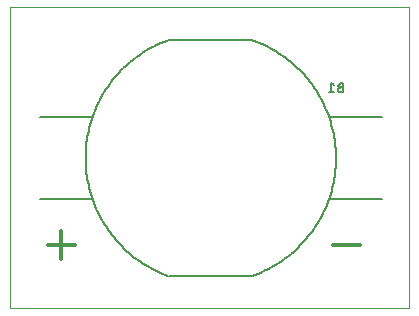
<source format=gbo>
G75*
%MOIN*%
%OFA0B0*%
%FSLAX25Y25*%
%IPPOS*%
%LPD*%
%AMOC8*
5,1,8,0,0,1.08239X$1,22.5*
%
%ADD10C,0.00000*%
%ADD11C,0.01200*%
%ADD12C,0.00787*%
%ADD13C,0.00500*%
D10*
X0080331Y0048835D02*
X0080331Y0149228D01*
X0213402Y0149228D01*
X0213402Y0048835D01*
X0080331Y0048835D01*
D11*
X0097460Y0065398D02*
X0097460Y0074598D01*
X0102060Y0069998D02*
X0092860Y0069998D01*
X0187860Y0069998D02*
X0197060Y0069998D01*
D12*
X0204346Y0085252D02*
X0186630Y0085252D01*
X0161236Y0059661D02*
X0161039Y0059661D01*
X0133283Y0059661D01*
X0107868Y0085252D02*
X0090173Y0085252D01*
X0090173Y0112811D02*
X0107868Y0112811D01*
X0133283Y0138402D02*
X0133480Y0138402D01*
X0160646Y0138402D01*
X0161236Y0138402D01*
X0186687Y0112811D02*
X0204346Y0112811D01*
X0188992Y0099032D02*
X0188977Y0100047D01*
X0188937Y0101062D01*
X0188873Y0102075D01*
X0188784Y0103086D01*
X0188670Y0104095D01*
X0188532Y0105101D01*
X0188369Y0106103D01*
X0188182Y0107101D01*
X0187971Y0108094D01*
X0187736Y0109082D01*
X0187476Y0110064D01*
X0187193Y0111039D01*
X0186886Y0112007D01*
X0186555Y0112967D01*
X0186201Y0113918D01*
X0185825Y0114861D01*
X0185425Y0115794D01*
X0185002Y0116718D01*
X0184558Y0117631D01*
X0184091Y0118532D01*
X0183602Y0119422D01*
X0183092Y0120300D01*
X0182560Y0121165D01*
X0182008Y0122017D01*
X0181435Y0122855D01*
X0180842Y0123679D01*
X0180229Y0124488D01*
X0179596Y0125283D01*
X0178944Y0126061D01*
X0178273Y0126823D01*
X0177584Y0127569D01*
X0176877Y0128298D01*
X0176153Y0129009D01*
X0175411Y0129702D01*
X0174653Y0130378D01*
X0173878Y0131034D01*
X0173088Y0131671D01*
X0172282Y0132289D01*
X0171462Y0132887D01*
X0170627Y0133465D01*
X0169778Y0134023D01*
X0168916Y0134559D01*
X0168041Y0135075D01*
X0167154Y0135569D01*
X0166256Y0136041D01*
X0165345Y0136491D01*
X0164425Y0136919D01*
X0163494Y0137324D01*
X0162553Y0137706D01*
X0161603Y0138066D01*
X0160645Y0138402D01*
X0188992Y0099032D02*
X0188979Y0098022D01*
X0188942Y0097013D01*
X0188881Y0096005D01*
X0188795Y0095000D01*
X0188685Y0093996D01*
X0188551Y0092995D01*
X0188392Y0091998D01*
X0188210Y0091005D01*
X0188003Y0090017D01*
X0187773Y0089034D01*
X0187519Y0088057D01*
X0187241Y0087086D01*
X0186940Y0086123D01*
X0186616Y0085167D01*
X0186268Y0084219D01*
X0185898Y0083280D01*
X0185505Y0082349D01*
X0185090Y0081429D01*
X0184653Y0080519D01*
X0184194Y0079620D01*
X0183713Y0078732D01*
X0183211Y0077857D01*
X0182687Y0076993D01*
X0182144Y0076143D01*
X0181579Y0075306D01*
X0180995Y0074482D01*
X0180390Y0073674D01*
X0179767Y0072880D01*
X0179124Y0072101D01*
X0178463Y0071338D01*
X0177783Y0070591D01*
X0177086Y0069862D01*
X0176371Y0069149D01*
X0175639Y0068453D01*
X0174891Y0067776D01*
X0174126Y0067117D01*
X0173345Y0066476D01*
X0172550Y0065855D01*
X0171739Y0065253D01*
X0170914Y0064671D01*
X0170076Y0064109D01*
X0169224Y0063567D01*
X0168359Y0063046D01*
X0167482Y0062546D01*
X0166593Y0062068D01*
X0165692Y0061611D01*
X0164781Y0061177D01*
X0163860Y0060764D01*
X0162929Y0060374D01*
X0161988Y0060006D01*
X0161039Y0059662D01*
X0133086Y0059661D02*
X0132128Y0060022D01*
X0131178Y0060405D01*
X0130239Y0060812D01*
X0129309Y0061242D01*
X0128391Y0061695D01*
X0127484Y0062170D01*
X0126588Y0062666D01*
X0125705Y0063185D01*
X0124835Y0063725D01*
X0123979Y0064287D01*
X0123137Y0064869D01*
X0122309Y0065472D01*
X0121496Y0066094D01*
X0120699Y0066737D01*
X0119917Y0067399D01*
X0119152Y0068080D01*
X0118404Y0068779D01*
X0117674Y0069496D01*
X0116961Y0070231D01*
X0116266Y0070984D01*
X0115590Y0071753D01*
X0114934Y0072538D01*
X0114296Y0073340D01*
X0113678Y0074157D01*
X0113081Y0074988D01*
X0112504Y0075834D01*
X0111948Y0076694D01*
X0111413Y0077567D01*
X0110900Y0078453D01*
X0110409Y0079352D01*
X0109940Y0080262D01*
X0109493Y0081183D01*
X0109069Y0082115D01*
X0108668Y0083058D01*
X0108290Y0084009D01*
X0107936Y0084970D01*
X0107605Y0085939D01*
X0107298Y0086916D01*
X0107015Y0087900D01*
X0106756Y0088891D01*
X0106522Y0089888D01*
X0106312Y0090890D01*
X0106127Y0091897D01*
X0105966Y0092908D01*
X0105831Y0093923D01*
X0105720Y0094941D01*
X0105634Y0095962D01*
X0105573Y0096984D01*
X0105538Y0098007D01*
X0105527Y0099031D01*
X0105528Y0099031D02*
X0105541Y0100041D01*
X0105578Y0101050D01*
X0105639Y0102058D01*
X0105725Y0103063D01*
X0105835Y0104067D01*
X0105969Y0105068D01*
X0106128Y0106065D01*
X0106310Y0107058D01*
X0106517Y0108046D01*
X0106747Y0109029D01*
X0107001Y0110006D01*
X0107279Y0110977D01*
X0107580Y0111940D01*
X0107904Y0112896D01*
X0108252Y0113844D01*
X0108622Y0114783D01*
X0109015Y0115714D01*
X0109430Y0116634D01*
X0109867Y0117544D01*
X0110326Y0118443D01*
X0110807Y0119331D01*
X0111309Y0120206D01*
X0111833Y0121070D01*
X0112376Y0121920D01*
X0112941Y0122757D01*
X0113525Y0123581D01*
X0114130Y0124389D01*
X0114753Y0125183D01*
X0115396Y0125962D01*
X0116057Y0126725D01*
X0116737Y0127472D01*
X0117434Y0128201D01*
X0118149Y0128914D01*
X0118881Y0129610D01*
X0119629Y0130287D01*
X0120394Y0130946D01*
X0121175Y0131587D01*
X0121970Y0132208D01*
X0122781Y0132810D01*
X0123606Y0133392D01*
X0124444Y0133954D01*
X0125296Y0134496D01*
X0126161Y0135017D01*
X0127038Y0135517D01*
X0127927Y0135995D01*
X0128828Y0136452D01*
X0129739Y0136886D01*
X0130660Y0137299D01*
X0131591Y0137689D01*
X0132532Y0138057D01*
X0133481Y0138401D01*
D13*
X0186634Y0120844D02*
X0188325Y0120844D01*
X0187480Y0120844D02*
X0187480Y0123888D01*
X0188325Y0123212D01*
X0190497Y0123888D02*
X0190446Y0123886D01*
X0190396Y0123880D01*
X0190347Y0123871D01*
X0190298Y0123858D01*
X0190250Y0123841D01*
X0190204Y0123821D01*
X0190159Y0123797D01*
X0190116Y0123771D01*
X0190076Y0123741D01*
X0190037Y0123708D01*
X0190001Y0123672D01*
X0189968Y0123633D01*
X0189938Y0123593D01*
X0189912Y0123550D01*
X0189888Y0123505D01*
X0189868Y0123459D01*
X0189851Y0123411D01*
X0189838Y0123362D01*
X0189829Y0123313D01*
X0189823Y0123263D01*
X0189821Y0123212D01*
X0189823Y0123161D01*
X0189829Y0123111D01*
X0189838Y0123062D01*
X0189851Y0123013D01*
X0189868Y0122965D01*
X0189888Y0122919D01*
X0189912Y0122874D01*
X0189938Y0122831D01*
X0189968Y0122791D01*
X0190001Y0122752D01*
X0190037Y0122716D01*
X0190076Y0122683D01*
X0190116Y0122653D01*
X0190159Y0122627D01*
X0190204Y0122603D01*
X0190250Y0122583D01*
X0190298Y0122566D01*
X0190347Y0122553D01*
X0190396Y0122544D01*
X0190446Y0122538D01*
X0190497Y0122536D01*
X0190497Y0122535D02*
X0191342Y0122535D01*
X0190497Y0122535D02*
X0190441Y0122533D01*
X0190384Y0122527D01*
X0190329Y0122518D01*
X0190274Y0122505D01*
X0190220Y0122488D01*
X0190167Y0122468D01*
X0190116Y0122444D01*
X0190066Y0122417D01*
X0190019Y0122387D01*
X0189973Y0122353D01*
X0189930Y0122317D01*
X0189890Y0122277D01*
X0189852Y0122236D01*
X0189817Y0122191D01*
X0189785Y0122145D01*
X0189756Y0122096D01*
X0189731Y0122046D01*
X0189708Y0121994D01*
X0189690Y0121940D01*
X0189675Y0121886D01*
X0189664Y0121831D01*
X0189656Y0121775D01*
X0189652Y0121718D01*
X0189652Y0121662D01*
X0189656Y0121605D01*
X0189664Y0121549D01*
X0189675Y0121494D01*
X0189690Y0121440D01*
X0189708Y0121386D01*
X0189731Y0121334D01*
X0189756Y0121284D01*
X0189785Y0121235D01*
X0189817Y0121189D01*
X0189852Y0121144D01*
X0189890Y0121103D01*
X0189930Y0121063D01*
X0189973Y0121027D01*
X0190019Y0120993D01*
X0190066Y0120963D01*
X0190116Y0120936D01*
X0190167Y0120912D01*
X0190220Y0120892D01*
X0190274Y0120875D01*
X0190329Y0120862D01*
X0190384Y0120853D01*
X0190441Y0120847D01*
X0190497Y0120845D01*
X0190497Y0120844D02*
X0191342Y0120844D01*
X0191342Y0123888D01*
X0190497Y0123888D01*
M02*

</source>
